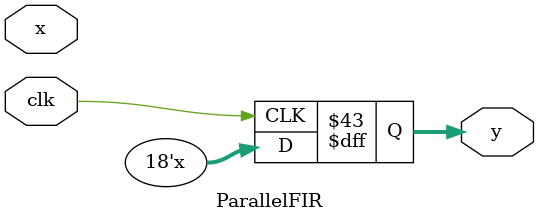
<source format=v>

`timescale 1ns/1ns

module ParallelFIR(input wire       		clk,
				   input wire signed [7:0]  x,
				   output reg signed [17:0] y);

	reg signed [7:0] x1, x2, x3, x4, x5, x6, x7, x8, x9, x10,
					x11, x12, x13, x14, x15, x16, x17, x18, x19, x20, x21;
						
	`include "coeff.vh"

	always @(posedge clk)
	begin
		x1 <= x;
		x2 <= x1;
		x3 <= x2;
		x4 <= x3;
		x5 <= x4;
		x6 <= x5;
		x7 <= x6;
		x8 <= x7;
		x9 <= x8;
		x10 <= x9;
		x11 <= x10;
		x12 <= x11;
		x13 <= x12;
		x14 <= x13;
		x15 <= x14;
		x16 <= x15;
		x17 <= x16;
		x18 <= x17;
		x19 <= x18;
		x20 <= x19;
		x21 <= x20;

		y <= x1 * mem[0] + x2 * mem[1] + x3 * mem[2] + x4 * mem[3] + x5 * mem[4] +
			 x6 * mem[5] + x7 * mem[6] + x8 * mem[7] + x9 * mem[8] + x10 * mem[9] +
			 x11 * mem[10] + x12 * mem[11] + x13 * mem[12] + x14 * mem[13] + x15 * mem[14] +
			 x16 * mem[15] + x17 * mem[16] + x18 * mem[17] + x19 * mem[18] + x20 * mem[19] +
			 x21 * mem[20];
	end
endmodule


</source>
